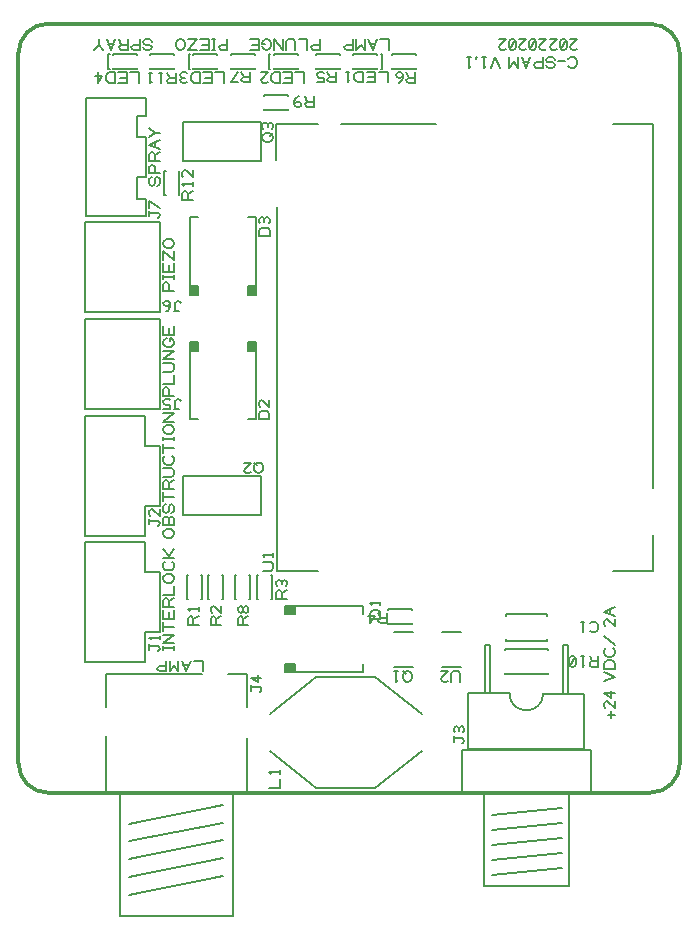
<source format=gbr>
G04 GENERATED BY PULSONIX 11.0 GERBER.DLL 8468*
G04 #@! TF.GenerationSoftware,Pulsonix,Pulsonix,11.0.8468*
G04 #@! TF.CreationDate,2022-02-02T18:24:52+05:00*
G04 #@! TF.Part,Single*
%INCSPAM*%
%LNSILKSCREEN TOP*%
%FSLAX35Y35*%
%LPD*%
%MOIN*%
G04 #@! TF.FileFunction,Legend,Top*
G04 #@! TF.FilePolarity,Positive*
G04 #@! TA.AperFunction,Profile*
%ADD77C,0.01200*%
G04 #@! TA.AperFunction,Material*
%ADD78C,0.00500*%
G04 #@! TD.AperFunction*
%ADD79C,0.00500*%
%ADD170C,0.00833*%
G04 #@! TD.AperFunction*
X0Y0D02*
D02*
D77*
X239724Y41313D02*
X440512D01*
G75*
G03*
X450354Y51156I0J9843D01*
G01*
Y287770D01*
G75*
G03*
X440512Y297613I-9842J0D01*
G01*
X239724D01*
G75*
G03*
X229882Y287770I0J-9843D01*
G01*
Y51156D01*
G75*
G03*
X239724Y41313I9842J0D01*
G01*
D02*
D78*
X297914Y13636D02*
X266811Y7337D01*
X387595Y13984D02*
X411125Y16374D01*
X387595Y18984D02*
X411125Y21374D01*
X297914Y19541D02*
X266811Y13242D01*
X387595Y23984D02*
X411125Y26374D01*
X297914Y25447D02*
X266811Y19148D01*
X387595Y28984D02*
X411125Y31374D01*
X297914Y31352D02*
X266811Y25053D01*
X387595Y33984D02*
X411125Y36374D01*
X297914Y37258D02*
X266811Y30959D01*
X413503Y41314D02*
X384933D01*
Y10264D01*
X413503D01*
Y41314D01*
X420703Y41344D02*
X377773D01*
Y55684D01*
X420703D01*
Y41344D01*
X263662Y41589D02*
X301457D01*
Y250D01*
X263662D01*
Y41589D01*
X364528Y55093D02*
X348780Y42888D01*
X329094D01*
X313740Y55093D01*
X418273Y55714D02*
Y74374D01*
X404773D01*
G75*
G02*
X393573I-5600J0D01*
G01*
Y74544D01*
X379663Y74534D01*
Y55714D01*
X418273D01*
X306181Y59699D02*
Y41589D01*
X258937D01*
Y60093D01*
X313740Y67691D02*
X329094Y79896D01*
X348780D01*
X364528Y67691D01*
X306181Y69935D02*
Y80959D01*
X299882D01*
X258937Y69935D02*
Y80959D01*
X291221D01*
X412953Y74374D02*
X411453D01*
Y90414D01*
X412953D01*
Y74374D01*
X386973Y74544D02*
X385473D01*
Y90584D01*
X386973D01*
Y74544D01*
X392086Y81274D02*
Y80880D01*
X406260D01*
Y81274D01*
X371220Y83057D02*
X377520D01*
X355079D02*
X361378D01*
X318858Y83833D02*
Y81471D01*
X344843D01*
Y84227D01*
X322008D02*
X318884D01*
Y81471D01*
X322008D01*
Y84227D01*
G36*
X322008Y84227D02*
X318884D01*
Y81471D01*
X322008D01*
Y84227D01*
G37*
X272165Y84857D02*
Y94857D01*
X277165D01*
Y114857D01*
X272165D01*
Y124857D01*
X252165D01*
Y84857D01*
X272165D01*
X406260Y88754D02*
Y89148D01*
X392086D01*
Y88754D01*
X392283Y92495D02*
Y92003D01*
X406063D01*
Y92495D01*
X371220Y94857D02*
X377520D01*
X355079D02*
X361378D01*
X353035Y97786D02*
Y97475D01*
X361035D01*
Y97786D01*
X406063Y100369D02*
Y100861D01*
X392283D01*
Y100369D01*
X318858Y100762D02*
Y103518D01*
X344843D01*
Y100762D01*
X361035Y102116D02*
Y102475D01*
X353035D01*
Y102116D01*
X322008Y103518D02*
X318884D01*
Y100762D01*
X322008D01*
Y103518D01*
G36*
X322008Y103518D02*
X318884D01*
Y100762D01*
X322008D01*
Y103518D01*
G37*
X306874Y105805D02*
X307185D01*
Y113805D01*
X306874D01*
X297819Y105805D02*
X298130D01*
Y113805D01*
X297819D01*
X313913Y105829D02*
X314272D01*
Y113829D01*
X313913D01*
X290684Y105829D02*
X291043D01*
Y113829D01*
X290684D01*
X302544Y113805D02*
X302185D01*
Y105805D01*
X302544D01*
X293489Y113805D02*
X293130D01*
Y105805D01*
X293489D01*
X309583Y113829D02*
X309272D01*
Y105829D01*
X309583D01*
X286354Y113829D02*
X286043D01*
Y105829D01*
X286354D01*
X272165Y126983D02*
Y136983D01*
X277165D01*
Y156983D01*
X272165D01*
Y166983D01*
X252165D01*
Y126983D01*
X272165D01*
X441299Y127140D02*
Y115329D01*
X428071D01*
X284606Y146825D02*
Y133833D01*
X310591D01*
Y146825D01*
X284606D01*
X252165Y169109D02*
X277165D01*
Y199109D01*
X252165D01*
Y169109D01*
X309016Y188558D02*
Y191682D01*
X306260D01*
Y188558D01*
X309016D01*
G36*
X309016Y188558D02*
Y191682D01*
X306260D01*
Y188558D01*
X309016D01*
G37*
X289724D02*
Y191682D01*
X286969D01*
Y188558D01*
X289724D01*
G36*
X289724Y188558D02*
Y191682D01*
X286969D01*
Y188558D01*
X289724D01*
G37*
X306260Y191707D02*
X309016D01*
Y165723D01*
X306260D01*
X289331Y191707D02*
X286969D01*
Y165723D01*
X289724D01*
X252165Y201392D02*
X277165D01*
Y231392D01*
X252165D01*
Y201392D01*
X306654Y207061D02*
X309016D01*
Y233046D01*
X306260D01*
X289724Y207061D02*
X286969D01*
Y233046D01*
X289724D01*
X306260Y210211D02*
Y207087D01*
X309016D01*
Y210211D01*
X306260D01*
G36*
X306260Y210211D02*
Y207087D01*
X309016D01*
Y210211D01*
X306260D01*
G37*
X286969D02*
Y207087D01*
X289724D01*
Y210211D01*
X286969D01*
G36*
X286969Y210211D02*
Y207087D01*
X289724D01*
Y210211D01*
X286969D01*
G37*
X272402Y233439D02*
Y239345D01*
X269252D01*
Y246432D01*
X272402D01*
Y259817D01*
X269252D01*
Y266904D01*
X272402D01*
Y272810D01*
X252323D01*
Y233439D01*
X272402D01*
X316024Y236589D02*
Y115329D01*
X329646D01*
X283252Y240451D02*
X283563D01*
Y248451D01*
X283252D01*
X278922D02*
X278563D01*
Y240451D01*
X278922D01*
X310591Y251943D02*
Y264936D01*
X284606D01*
Y251943D01*
X310591D01*
X315866Y252337D02*
Y264148D01*
X329646D01*
X428229D02*
X441299D01*
Y142888D01*
X369173Y264148D02*
X337520D01*
X311697Y269046D02*
Y268735D01*
X319697D01*
Y269046D01*
Y273376D02*
Y273735D01*
X311697D01*
Y273376D01*
X313858Y282514D02*
X313358D01*
Y287514D01*
X313858D01*
X287087Y282514D02*
X286587D01*
Y287514D01*
X287087D01*
X260315Y282514D02*
X259815D01*
Y287514D01*
X260315D01*
X329019Y282825D02*
Y282514D01*
X337019D01*
Y282825D01*
X300673D02*
Y282514D01*
X308673D01*
Y282825D01*
X273901D02*
Y282514D01*
X281901D01*
Y282825D01*
X341496Y282849D02*
Y282455D01*
X349567D01*
Y282849D01*
X314921D02*
Y282455D01*
X322992D01*
Y282849D01*
X288150D02*
Y282455D01*
X296221D01*
Y282849D01*
X261378D02*
Y282455D01*
X269449D01*
Y282849D01*
X354240Y282873D02*
Y282514D01*
X362240D01*
Y282873D01*
X337019Y287155D02*
Y287514D01*
X329019D01*
Y287155D01*
X308673D02*
Y287514D01*
X300673D01*
Y287155D01*
X281901D02*
Y287514D01*
X273901D01*
Y287155D01*
X349567Y287179D02*
Y287573D01*
X341496D01*
Y287179D01*
X322992D02*
Y287573D01*
X314921D01*
Y287179D01*
X296221D02*
Y287573D01*
X288150D01*
Y287179D01*
X269449D02*
Y287573D01*
X261378D01*
Y287179D01*
X362240Y287203D02*
Y287514D01*
X354240D01*
Y287203D01*
X350630Y287514D02*
X351130D01*
Y282514D01*
X350630D01*
D02*
D79*
X313541Y42919D02*
X317070Y42919D01*
Y45860D01*
Y47557D02*
X317070Y48733D01*
Y48145D02*
X313541Y48145D01*
X314129Y47557D01*
X377899Y57742D02*
X378194Y58036D01*
X378488Y58624D01*
X378194Y59212D01*
X377899Y59507D01*
X374958D01*
Y60095D01*
Y59507D02*
X374958Y58330D01*
X378194Y61436D02*
X378488Y62024D01*
Y62612D01*
X378194Y63201D01*
X377605Y63495D01*
X377017Y63201D01*
X376723Y62612D01*
Y62024D01*
Y62612D02*
X376429Y63201D01*
X375841Y63495D01*
X375252Y63201D01*
X374958Y62612D01*
Y62024D01*
X375252Y61436D01*
X310301Y74778D02*
X310595Y75072D01*
X310889Y75660D01*
X310595Y76249D01*
X310301Y76543D01*
X307360D01*
Y77131D01*
Y76543D02*
X307360Y75366D01*
X310889Y79649D02*
X307360Y79649D01*
X309713Y78178D01*
Y80531D01*
X377126Y78240D02*
X377126Y80887D01*
X376832Y81476D01*
X376244Y81770D01*
X375067D01*
X374479Y81476D01*
X374185Y80887D01*
Y78240D01*
X370723Y81770D02*
X373076Y81770D01*
X371017Y79711D01*
X370723Y79123D01*
X371017Y78534D01*
X371605Y78240D01*
X372488D01*
X373076Y78534D01*
X360984Y80593D02*
X360984Y79417D01*
X360690Y78829D01*
X360396Y78534D01*
X359808Y78240D01*
X359220D01*
X358631Y78534D01*
X358337Y78829D01*
X358043Y79417D01*
Y80593D01*
X358337Y81181D01*
X358631Y81476D01*
X359220Y81770D01*
X359808D01*
X360396Y81476D01*
X360690Y81181D01*
X360984Y80593D01*
X358925Y80887D02*
X358043Y81770D01*
X356346D02*
X355170Y81770D01*
X355758D02*
X355758Y78240D01*
X356346Y78829D01*
X423189Y86888D02*
X423189Y83358D01*
X421130D01*
X420542Y83653D01*
X420248Y84241D01*
X420542Y84829D01*
X421130Y85123D01*
X423189D01*
X421130D02*
X420248Y86888D01*
X418551D02*
X417374Y86888D01*
X417963D02*
X417963Y83358D01*
X418551Y83947D01*
X415445Y86594D02*
X414857Y86888D01*
X414268D01*
X413680Y86594D01*
X413386Y86005D01*
Y84241D01*
X413680Y83653D01*
X414268Y83358D01*
X414857D01*
X415445Y83653D01*
X415739Y84241D01*
Y86005D01*
X415445Y86594D01*
X413680Y83653D01*
X276325Y88450D02*
X276619Y88745D01*
X276913Y89333D01*
X276619Y89921D01*
X276325Y90215D01*
X273384D01*
Y90803D01*
Y90215D02*
X273384Y89039D01*
X276913Y92439D02*
X276913Y93615D01*
Y93027D02*
X273384Y93027D01*
X273972Y92439D01*
X352686Y101337D02*
X352686Y97807D01*
X350627D01*
X350039Y98101D01*
X349745Y98690D01*
X350039Y99278D01*
X350627Y99572D01*
X352686D01*
X350627D02*
X349745Y101337D01*
X347166D02*
X347166Y97807D01*
X348636Y100160D01*
X346283D01*
X306559Y97219D02*
X303029Y97219D01*
Y99278D01*
X303323Y99866D01*
X303912Y100160D01*
X304500Y99866D01*
X304794Y99278D01*
Y97219D01*
Y99278D02*
X306559Y100160D01*
X304794Y102151D02*
X304794Y102740D01*
X304500Y103328D01*
X303912Y103622D01*
X303323Y103328D01*
X303029Y102740D01*
Y102151D01*
X303323Y101563D01*
X303912Y101269D01*
X304500Y101563D01*
X304794Y102151D01*
X305088Y101563D01*
X305676Y101269D01*
X306264Y101563D01*
X306559Y102151D01*
Y102740D01*
X306264Y103328D01*
X305676Y103622D01*
X305088Y103328D01*
X304794Y102740D01*
X297503Y97219D02*
X293974Y97219D01*
Y99278D01*
X294268Y99866D01*
X294856Y100160D01*
X295445Y99866D01*
X295739Y99278D01*
Y97219D01*
Y99278D02*
X297503Y100160D01*
Y103622D02*
X297503Y101269D01*
X295445Y103328D01*
X294856Y103622D01*
X294268Y103328D01*
X293974Y102740D01*
Y101857D01*
X294268Y101269D01*
X420248Y97717D02*
X420542Y98011D01*
X421130Y98305D01*
X422013D01*
X422601Y98011D01*
X422895Y97717D01*
X423189Y97129D01*
Y95952D01*
X422895Y95364D01*
X422601Y95070D01*
X422013Y94776D01*
X421130D01*
X420542Y95070D01*
X420248Y95364D01*
X418551Y98305D02*
X417374Y98305D01*
X417963D02*
X417963Y94776D01*
X418551Y95364D01*
X289905Y97249D02*
X286376Y97249D01*
Y99308D01*
X286670Y99896D01*
X287258Y100190D01*
X287846Y99896D01*
X288140Y99308D01*
Y97249D01*
Y99308D02*
X289905Y100190D01*
Y101888D02*
X289905Y103064D01*
Y102476D02*
X286376Y102476D01*
X286964Y101888D01*
X350535Y99218D02*
X347006Y99218D01*
Y100983D01*
X347300Y101571D01*
X347594Y101865D01*
X348182Y102159D01*
X349359D01*
X349947Y101865D01*
X350241Y101571D01*
X350535Y100983D01*
Y99218D01*
Y103856D02*
X350535Y105033D01*
Y104444D02*
X347006Y104444D01*
X347594Y103856D01*
X319433Y105911D02*
X315903Y105911D01*
Y107970D01*
X316197Y108558D01*
X316786Y108852D01*
X317374Y108558D01*
X317668Y107970D01*
Y105911D01*
Y107970D02*
X319433Y108852D01*
X319139Y110255D02*
X319433Y110843D01*
Y111431D01*
X319139Y112020D01*
X318550Y112314D01*
X317962Y112020D01*
X317668Y111431D01*
Y110843D01*
Y111431D02*
X317374Y112020D01*
X316786Y112314D01*
X316197Y112020D01*
X315903Y111431D01*
Y110843D01*
X316197Y110255D01*
X311297Y115329D02*
X313944Y115329D01*
X314532Y115623D01*
X314826Y116212D01*
Y117388D01*
X314532Y117976D01*
X313944Y118270D01*
X311297D01*
X314826Y119967D02*
X314826Y121144D01*
Y120556D02*
X311297Y120556D01*
X311885Y119967D01*
X276325Y130183D02*
X276619Y130477D01*
X276913Y131065D01*
X276619Y131653D01*
X276325Y131947D01*
X273384D01*
Y132536D01*
Y131947D02*
X273384Y130771D01*
X276913Y135936D02*
X276913Y133583D01*
X274854Y135642D01*
X274266Y135936D01*
X273678Y135642D01*
X273384Y135053D01*
Y134171D01*
X273678Y133583D01*
X311348Y150160D02*
X311348Y148984D01*
X311054Y148395D01*
X310759Y148101D01*
X310171Y147807D01*
X309583D01*
X308995Y148101D01*
X308701Y148395D01*
X308406Y148984D01*
Y150160D01*
X308701Y150748D01*
X308995Y151043D01*
X309583Y151337D01*
X310171D01*
X310759Y151043D01*
X311054Y150748D01*
X311348Y150160D01*
X309289Y150454D02*
X308406Y151337D01*
X304945D02*
X307298Y151337D01*
X305239Y149278D01*
X304945Y148690D01*
X305239Y148101D01*
X305827Y147807D01*
X306709D01*
X307298Y148101D01*
X283926Y172008D02*
X283632Y172302D01*
X283044Y172596D01*
X282455Y172302D01*
X282161Y172008D01*
Y169067D01*
X281573D01*
X282161D02*
X283338Y169067D01*
X280526Y172302D02*
X279938Y172596D01*
X279055D01*
X278467Y172302D01*
X278173Y171714D01*
Y171420D01*
X278467Y170832D01*
X279055Y170538D01*
X280526D01*
Y169067D01*
X278173D01*
X313527Y165753D02*
X309998Y165753D01*
Y167518D01*
X310292Y168106D01*
X310586Y168400D01*
X311174Y168694D01*
X312351D01*
X312939Y168400D01*
X313233Y168106D01*
X313527Y167518D01*
Y165753D01*
Y172156D02*
X313527Y169803D01*
X311468Y171862D01*
X310880Y172156D01*
X310292Y171862D01*
X309998Y171274D01*
Y170391D01*
X310292Y169803D01*
X283926Y204685D02*
X283632Y204980D01*
X283044Y205274D01*
X282455Y204980D01*
X282161Y204685D01*
Y201744D01*
X281573D01*
X282161D02*
X283338Y201744D01*
X280526Y204391D02*
X280232Y203803D01*
X279644Y203509D01*
X279055D01*
X278467Y203803D01*
X278173Y204391D01*
X278467Y204980D01*
X279055Y205274D01*
X279644D01*
X280232Y204980D01*
X280526Y204391D01*
Y203509D01*
X280232Y202627D01*
X279644Y202038D01*
X279055Y201744D01*
X313645Y226747D02*
X310116Y226747D01*
Y228511D01*
X310410Y229099D01*
X310704Y229394D01*
X311292Y229688D01*
X312469D01*
X313057Y229394D01*
X313351Y229099D01*
X313645Y228511D01*
Y226747D01*
X313351Y231091D02*
X313645Y231679D01*
Y232267D01*
X313351Y232855D01*
X312763Y233149D01*
X312175Y232855D01*
X311881Y232267D01*
Y231679D01*
Y232267D02*
X311586Y232855D01*
X310998Y233149D01*
X310410Y232855D01*
X310116Y232267D01*
Y231679D01*
X310410Y231091D01*
X288055Y238951D02*
X284525Y238951D01*
Y241010D01*
X284819Y241598D01*
X285408Y241892D01*
X285996Y241598D01*
X286290Y241010D01*
Y238951D01*
Y241010D02*
X288055Y241892D01*
Y243589D02*
X288055Y244766D01*
Y244178D02*
X284525Y244178D01*
X285113Y243589D01*
X288055Y248754D02*
X288055Y246401D01*
X285996Y248460D01*
X285408Y248754D01*
X284819Y248460D01*
X284525Y247872D01*
Y246989D01*
X284819Y246401D01*
X276325Y232939D02*
X276619Y233233D01*
X276913Y233821D01*
X276619Y234409D01*
X276325Y234703D01*
X273384D01*
Y235292D01*
Y234703D02*
X273384Y233527D01*
X276913Y236339D02*
X273384Y238692D01*
Y236339D01*
X313532Y258273D02*
X312355Y258273D01*
X311767Y258567D01*
X311473Y258861D01*
X311179Y259449D01*
Y260038D01*
X311473Y260626D01*
X311767Y260920D01*
X312355Y261214D01*
X313532D01*
X314120Y260920D01*
X314414Y260626D01*
X314708Y260038D01*
Y259449D01*
X314414Y258861D01*
X314120Y258567D01*
X313532Y258273D01*
X313826Y260332D02*
X314708Y261214D01*
X314414Y262617D02*
X314708Y263205D01*
Y263794D01*
X314414Y264382D01*
X313826Y264676D01*
X313238Y264382D01*
X312944Y263794D01*
Y263205D01*
Y263794D02*
X312649Y264382D01*
X312061Y264676D01*
X311473Y264382D01*
X311179Y263794D01*
Y263205D01*
X311473Y262617D01*
X328277Y273384D02*
X328277Y269854D01*
X326218D01*
X325630Y270149D01*
X325336Y270737D01*
X325630Y271325D01*
X326218Y271619D01*
X328277D01*
X326218D02*
X325336Y273384D01*
X323344D02*
X322756Y273090D01*
X322168Y272501D01*
X321874Y271619D01*
Y270737D01*
X322168Y270149D01*
X322756Y269854D01*
X323344D01*
X323933Y270149D01*
X324227Y270737D01*
X323933Y271325D01*
X323344Y271619D01*
X322756D01*
X322168Y271325D01*
X321874Y270737D01*
X282464Y281258D02*
X282464Y277728D01*
X280405D01*
X279817Y278023D01*
X279523Y278611D01*
X279817Y279199D01*
X280405Y279493D01*
X282464D01*
X280405D02*
X279523Y281258D01*
X277826D02*
X276649Y281258D01*
X277238D02*
X277238Y277728D01*
X277826Y278317D01*
X274426Y281258D02*
X273249Y281258D01*
X273838D02*
X273838Y277728D01*
X274426Y278317D01*
X352912Y278122D02*
X352912Y281652D01*
X349971D01*
X348862D02*
X348862Y278122D01*
X345921D01*
X346509Y279887D02*
X348862Y279887D01*
Y281652D02*
X345921Y281652D01*
X344812D02*
X344812Y278122D01*
X343047D01*
X342459Y278416D01*
X342165Y278710D01*
X341871Y279299D01*
Y280475D01*
X342165Y281063D01*
X342459Y281357D01*
X343047Y281652D01*
X344812D01*
X340174D02*
X338997Y281652D01*
X339586D02*
X339586Y278122D01*
X340174Y278710D01*
X335757Y281652D02*
X335757Y278122D01*
X333698D01*
X333110Y278416D01*
X332816Y279005D01*
X333110Y279593D01*
X333698Y279887D01*
X335757D01*
X333698D02*
X332816Y281652D01*
X331707Y281357D02*
X331119Y281652D01*
X330236D01*
X329648Y281357D01*
X329354Y280769D01*
Y280475D01*
X329648Y279887D01*
X330236Y279593D01*
X331707D01*
Y278122D01*
X329354D01*
X307017Y281652D02*
X307017Y278122D01*
X304958D01*
X304370Y278416D01*
X304076Y279005D01*
X304370Y279593D01*
X304958Y279887D01*
X307017D01*
X304958D02*
X304076Y281652D01*
X302967D02*
X300614Y278122D01*
X302967D01*
X362165Y281376D02*
X362165Y277847D01*
X360107D01*
X359518Y278141D01*
X359224Y278729D01*
X359518Y279317D01*
X360107Y279611D01*
X362165D01*
X360107D02*
X359224Y281376D01*
X358115Y280494D02*
X357821Y279905D01*
X357233Y279611D01*
X356645D01*
X356057Y279905D01*
X355762Y280494D01*
X356057Y281082D01*
X356645Y281376D01*
X357233D01*
X357821Y281082D01*
X358115Y280494D01*
Y279611D01*
X357821Y278729D01*
X357233Y278141D01*
X356645Y277847D01*
X325157D02*
X325157Y281376D01*
X322216D01*
X321107D02*
X321107Y277847D01*
X318166D01*
X318755Y279611D02*
X321107Y279611D01*
Y281376D02*
X318166Y281376D01*
X317057D02*
X317057Y277847D01*
X315293D01*
X314705Y278141D01*
X314410Y278435D01*
X314116Y279023D01*
Y280200D01*
X314410Y280788D01*
X314705Y281082D01*
X315293Y281376D01*
X317057D01*
X310655D02*
X313007Y281376D01*
X310949Y279317D01*
X310655Y278729D01*
X310949Y278141D01*
X311537Y277847D01*
X312419D01*
X313007Y278141D01*
X298386Y277847D02*
X298386Y281376D01*
X295445D01*
X294336D02*
X294336Y277847D01*
X291395D01*
X291983Y279611D02*
X294336Y279611D01*
Y281376D02*
X291395Y281376D01*
X290286D02*
X290286Y277847D01*
X288521D01*
X287933Y278141D01*
X287639Y278435D01*
X287345Y279023D01*
Y280200D01*
X287639Y280788D01*
X287933Y281082D01*
X288521Y281376D01*
X290286D01*
X285942Y281082D02*
X285353Y281376D01*
X284765D01*
X284177Y281082D01*
X283883Y280494D01*
X284177Y279905D01*
X284765Y279611D01*
X285353D01*
X284765D02*
X284177Y279317D01*
X283883Y278729D01*
X284177Y278141D01*
X284765Y277847D01*
X285353D01*
X285942Y278141D01*
X270039Y277847D02*
X270039Y281376D01*
X267098D01*
X265989D02*
X265989Y277847D01*
X263048D01*
X263636Y279611D02*
X265989Y279611D01*
Y281376D02*
X263048Y281376D01*
X261939D02*
X261939Y277847D01*
X260175D01*
X259586Y278141D01*
X259292Y278435D01*
X258998Y279023D01*
Y280200D01*
X259292Y280788D01*
X259586Y281082D01*
X260175Y281376D01*
X261939D01*
X256419D02*
X256419Y277847D01*
X257889Y280200D01*
X255536D01*
D02*
D170*
X427429Y66117D02*
X427429Y68470D01*
X428606Y67293D02*
X426253Y67293D01*
X428606Y71870D02*
X428606Y69517D01*
X426547Y71575D01*
X425959Y71870D01*
X425371Y71575D01*
X425076Y70987D01*
Y70105D01*
X425371Y69517D01*
X428606Y74387D02*
X425076Y74387D01*
X427429Y72917D01*
Y75270D01*
X425076Y78467D02*
X428606Y79937D01*
X425076Y81408D01*
X428606Y82517D02*
X425076Y82517D01*
Y84281D01*
X425371Y84870D01*
X425665Y85164D01*
X426253Y85458D01*
X427429D01*
X428018Y85164D01*
X428312Y84870D01*
X428606Y84281D01*
Y82517D01*
X428018Y89508D02*
X428312Y89214D01*
X428606Y88625D01*
Y87743D01*
X428312Y87155D01*
X428018Y86861D01*
X427429Y86567D01*
X426253D01*
X425665Y86861D01*
X425371Y87155D01*
X425076Y87743D01*
Y88625D01*
X425371Y89214D01*
X425665Y89508D01*
X428606Y90617D02*
X425076Y93558D01*
X428606Y99170D02*
X428606Y96817D01*
X426547Y98875D01*
X425959Y99170D01*
X425371Y98875D01*
X425076Y98287D01*
Y97405D01*
X425371Y96817D01*
X428606Y100217D02*
X425076Y101687D01*
X428606Y103158D01*
X427135Y100805D02*
X427135Y102570D01*
X291299Y81784D02*
X291299Y85313D01*
X288358D01*
X287249D02*
X285779Y81784D01*
X284308Y85313D01*
X286661Y83842D02*
X284896Y83842D01*
X283199Y85313D02*
X283199Y81784D01*
X281729Y83548D01*
X280258Y81784D01*
Y85313D01*
X279149D02*
X279149Y81784D01*
X277090D01*
X276502Y82078D01*
X276208Y82666D01*
X276502Y83254D01*
X277090Y83548D01*
X279149D01*
X281755Y88951D02*
X281755Y90128D01*
Y89539D02*
X278226Y89539D01*
Y88951D02*
X278226Y90128D01*
X281755Y91101D02*
X278226Y91101D01*
X281755Y94042D01*
X278226D01*
X281755Y96622D02*
X278226Y96622D01*
Y95151D02*
X278226Y98092D01*
X281755Y99201D02*
X278226Y99201D01*
Y102142D01*
X279991Y101554D02*
X279991Y99201D01*
X281755D02*
X281755Y102142D01*
Y103251D02*
X278226Y103251D01*
Y105310D01*
X278520Y105898D01*
X279108Y106192D01*
X279697Y105898D01*
X279991Y105310D01*
Y103251D01*
Y105310D02*
X281755Y106192D01*
X278226Y107301D02*
X281755Y107301D01*
Y110242D01*
X280579Y111351D02*
X279403Y111351D01*
X278814Y111645D01*
X278520Y111939D01*
X278226Y112528D01*
Y113116D01*
X278520Y113704D01*
X278814Y113998D01*
X279403Y114292D01*
X280579D01*
X281167Y113998D01*
X281461Y113704D01*
X281755Y113116D01*
Y112528D01*
X281461Y111939D01*
X281167Y111645D01*
X280579Y111351D01*
X281167Y118342D02*
X281461Y118048D01*
X281755Y117460D01*
Y116578D01*
X281461Y115989D01*
X281167Y115695D01*
X280579Y115401D01*
X279403D01*
X278814Y115695D01*
X278520Y115989D01*
X278226Y116578D01*
Y117460D01*
X278520Y118048D01*
X278814Y118342D01*
X281755Y119451D02*
X278226Y119451D01*
X279991D02*
X279991Y120334D01*
X278226Y122392D01*
X279991Y120334D02*
X281755Y122392D01*
X280579Y126353D02*
X279403Y126353D01*
X278814Y126647D01*
X278520Y126941D01*
X278226Y127529D01*
Y128118D01*
X278520Y128706D01*
X278814Y129000D01*
X279403Y129294D01*
X280579D01*
X281167Y129000D01*
X281461Y128706D01*
X281755Y128118D01*
Y127529D01*
X281461Y126941D01*
X281167Y126647D01*
X280579Y126353D01*
X279991Y132462D02*
X280285Y133050D01*
X280873Y133344D01*
X281461Y133050D01*
X281755Y132462D01*
Y130403D01*
X278226D01*
Y132462D01*
X278520Y133050D01*
X279108Y133344D01*
X279697Y133050D01*
X279991Y132462D01*
Y130403D01*
X280873Y134453D02*
X281461Y134747D01*
X281755Y135335D01*
Y136512D01*
X281461Y137100D01*
X280873Y137394D01*
X280285Y137100D01*
X279991Y136512D01*
Y135335D01*
X279697Y134747D01*
X279108Y134453D01*
X278520Y134747D01*
X278226Y135335D01*
Y136512D01*
X278520Y137100D01*
X279108Y137394D01*
X281755Y139973D02*
X278226Y139973D01*
Y138503D02*
X278226Y141444D01*
X281755Y142553D02*
X278226Y142553D01*
Y144612D01*
X278520Y145200D01*
X279108Y145494D01*
X279697Y145200D01*
X279991Y144612D01*
Y142553D01*
Y144612D02*
X281755Y145494D01*
X278226Y146603D02*
X280873Y146603D01*
X281461Y146897D01*
X281755Y147485D01*
Y148662D01*
X281461Y149250D01*
X280873Y149544D01*
X278226D01*
X281167Y153594D02*
X281461Y153300D01*
X281755Y152712D01*
Y151829D01*
X281461Y151241D01*
X281167Y150947D01*
X280579Y150653D01*
X279403D01*
X278814Y150947D01*
X278520Y151241D01*
X278226Y151829D01*
Y152712D01*
X278520Y153300D01*
X278814Y153594D01*
X281755Y156173D02*
X278226Y156173D01*
Y154703D02*
X278226Y157644D01*
X281755Y158753D02*
X281755Y159929D01*
Y159341D02*
X278226Y159341D01*
Y158753D02*
X278226Y159929D01*
X280579Y160903D02*
X279403Y160903D01*
X278814Y161197D01*
X278520Y161491D01*
X278226Y162079D01*
Y162668D01*
X278520Y163256D01*
X278814Y163550D01*
X279403Y163844D01*
X280579D01*
X281167Y163550D01*
X281461Y163256D01*
X281755Y162668D01*
Y162079D01*
X281461Y161491D01*
X281167Y161197D01*
X280579Y160903D01*
X281755Y164953D02*
X278226Y164953D01*
X281755Y167894D01*
X278226D01*
X281755Y173597D02*
X278226Y173597D01*
Y175656D01*
X278520Y176244D01*
X279108Y176538D01*
X279697Y176244D01*
X279991Y175656D01*
Y173597D01*
X278226Y177647D02*
X281755Y177647D01*
Y180588D01*
X278226Y181697D02*
X280873Y181697D01*
X281461Y181991D01*
X281755Y182579D01*
Y183756D01*
X281461Y184344D01*
X280873Y184638D01*
X278226D01*
X281755Y185747D02*
X278226Y185747D01*
X281755Y188688D01*
X278226D01*
X280285Y191856D02*
X280285Y192738D01*
X280579D01*
X281167Y192444D01*
X281461Y192150D01*
X281755Y191562D01*
Y190973D01*
X281461Y190385D01*
X281167Y190091D01*
X280579Y189797D01*
X279403D01*
X278814Y190091D01*
X278520Y190385D01*
X278226Y190973D01*
Y191562D01*
X278520Y192150D01*
X278814Y192444D01*
X279403Y192738D01*
X281755Y193847D02*
X278226Y193847D01*
Y196788D01*
X279991Y196200D02*
X279991Y193847D01*
X281755D02*
X281755Y196788D01*
Y208636D02*
X278226Y208636D01*
Y210695D01*
X278520Y211283D01*
X279108Y211577D01*
X279697Y211283D01*
X279991Y210695D01*
Y208636D01*
X281755Y212686D02*
X281755Y213863D01*
Y213275D02*
X278226Y213275D01*
Y212686D02*
X278226Y213863D01*
X281755Y214836D02*
X278226Y214836D01*
Y217777D01*
X279991Y217189D02*
X279991Y214836D01*
X281755D02*
X281755Y217777D01*
X278226Y218886D02*
X278226Y221827D01*
X281755Y218886D01*
Y221827D01*
X280579Y222936D02*
X279403Y222936D01*
X278814Y223230D01*
X278520Y223525D01*
X278226Y224113D01*
Y224701D01*
X278520Y225289D01*
X278814Y225583D01*
X279403Y225877D01*
X280579D01*
X281167Y225583D01*
X281461Y225289D01*
X281755Y224701D01*
Y224113D01*
X281461Y223525D01*
X281167Y223230D01*
X280579Y222936D01*
X276149Y243676D02*
X276737Y243970D01*
X277031Y244558D01*
Y245734D01*
X276737Y246323D01*
X276149Y246617D01*
X275560Y246323D01*
X275266Y245734D01*
Y244558D01*
X274972Y243970D01*
X274384Y243676D01*
X273796Y243970D01*
X273502Y244558D01*
Y245734D01*
X273796Y246323D01*
X274384Y246617D01*
X277031Y247726D02*
X273502Y247726D01*
Y249784D01*
X273796Y250373D01*
X274384Y250667D01*
X274972Y250373D01*
X275266Y249784D01*
Y247726D01*
X277031Y251776D02*
X273502Y251776D01*
Y253834D01*
X273796Y254423D01*
X274384Y254717D01*
X274972Y254423D01*
X275266Y253834D01*
Y251776D01*
Y253834D02*
X277031Y254717D01*
Y255826D02*
X273502Y257296D01*
X277031Y258767D01*
X275560Y256414D02*
X275560Y258179D01*
X277031Y261346D02*
X275266Y261346D01*
X273502Y259876D01*
X275266Y261346D02*
X273502Y262817D01*
X413161Y285906D02*
X413455Y286200D01*
X414044Y286494D01*
X414926D01*
X415514Y286200D01*
X415808Y285906D01*
X416102Y285318D01*
Y284141D01*
X415808Y283553D01*
X415514Y283259D01*
X414926Y282965D01*
X414044D01*
X413455Y283259D01*
X413161Y283553D01*
X412052Y285318D02*
X409699Y285318D01*
X408652Y285612D02*
X408358Y286200D01*
X407770Y286494D01*
X406594D01*
X406005Y286200D01*
X405711Y285612D01*
X406005Y285024D01*
X406594Y284729D01*
X407770D01*
X408358Y284435D01*
X408652Y283847D01*
X408358Y283259D01*
X407770Y282965D01*
X406594D01*
X406005Y283259D01*
X405711Y283847D01*
X404602Y286494D02*
X404602Y282965D01*
X402544D01*
X401955Y283259D01*
X401661Y283847D01*
X401955Y284435D01*
X402544Y284729D01*
X404602D01*
X400552Y286494D02*
X399082Y282965D01*
X397611Y286494D01*
X399964Y285024D02*
X398199Y285024D01*
X396502Y286494D02*
X396502Y282965D01*
X395032Y284729D01*
X393561Y282965D01*
Y286494D01*
X390302Y282965D02*
X388832Y286494D01*
X387361Y282965D01*
X385664Y286494D02*
X384488Y286494D01*
X385076D02*
X385076Y282965D01*
X385664Y283553D01*
X382558Y286494D02*
X382264Y286200D01*
X382558Y285906D01*
X382852Y286200D01*
X382558Y286494D01*
X380714D02*
X379538Y286494D01*
X380126D02*
X380126Y282965D01*
X380714Y283553D01*
X413749Y292494D02*
X416102Y292494D01*
X414044Y290435D01*
X413749Y289847D01*
X414044Y289259D01*
X414632Y288965D01*
X415514D01*
X416102Y289259D01*
X412408Y292200D02*
X411820Y292494D01*
X411232D01*
X410644Y292200D01*
X410349Y291612D01*
Y289847D01*
X410644Y289259D01*
X411232Y288965D01*
X411820D01*
X412408Y289259D01*
X412702Y289847D01*
Y291612D01*
X412408Y292200D01*
X410644Y289259D01*
X406949Y292494D02*
X409302Y292494D01*
X407244Y290435D01*
X406949Y289847D01*
X407244Y289259D01*
X407832Y288965D01*
X408714D01*
X409302Y289259D01*
X403549Y292494D02*
X405902Y292494D01*
X403844Y290435D01*
X403549Y289847D01*
X403844Y289259D01*
X404432Y288965D01*
X405314D01*
X405902Y289259D01*
X402208Y292200D02*
X401620Y292494D01*
X401032D01*
X400444Y292200D01*
X400149Y291612D01*
Y289847D01*
X400444Y289259D01*
X401032Y288965D01*
X401620D01*
X402208Y289259D01*
X402502Y289847D01*
Y291612D01*
X402208Y292200D01*
X400444Y289259D01*
X396749Y292494D02*
X399102Y292494D01*
X397044Y290435D01*
X396749Y289847D01*
X397044Y289259D01*
X397632Y288965D01*
X398514D01*
X399102Y289259D01*
X395408Y292200D02*
X394820Y292494D01*
X394232D01*
X393644Y292200D01*
X393349Y291612D01*
Y289847D01*
X393644Y289259D01*
X394232Y288965D01*
X394820D01*
X395408Y289259D01*
X395702Y289847D01*
Y291612D01*
X395408Y292200D01*
X393644Y289259D01*
X389949Y292494D02*
X392302Y292494D01*
X390244Y290435D01*
X389949Y289847D01*
X390244Y289259D01*
X390832Y288965D01*
X391714D01*
X392302Y289259D01*
X353504Y288870D02*
X353504Y292400D01*
X350563D01*
X349454D02*
X347983Y288870D01*
X346513Y292400D01*
X348866Y290929D02*
X347101Y290929D01*
X345404Y292400D02*
X345404Y288870D01*
X343933Y290635D01*
X342463Y288870D01*
Y292400D01*
X341354D02*
X341354Y288870D01*
X339295D01*
X338707Y289164D01*
X338413Y289753D01*
X338707Y290341D01*
X339295Y290635D01*
X341354D01*
X330276Y292400D02*
X330276Y288870D01*
X328217D01*
X327629Y289164D01*
X327334Y289753D01*
X327629Y290341D01*
X328217Y290635D01*
X330276D01*
X326226Y288870D02*
X326226Y292400D01*
X323284D01*
X322176Y288870D02*
X322176Y291517D01*
X321881Y292106D01*
X321293Y292400D01*
X320117D01*
X319529Y292106D01*
X319234Y291517D01*
Y288870D01*
X318126Y292400D02*
X318126Y288870D01*
X315184Y292400D01*
Y288870D01*
X312017Y290929D02*
X311134Y290929D01*
Y291223D01*
X311429Y291811D01*
X311723Y292106D01*
X312311Y292400D01*
X312899D01*
X313487Y292106D01*
X313781Y291811D01*
X314076Y291223D01*
Y290047D01*
X313781Y289458D01*
X313487Y289164D01*
X312899Y288870D01*
X312311D01*
X311723Y289164D01*
X311429Y289458D01*
X311134Y290047D01*
X310026Y292400D02*
X310026Y288870D01*
X307084D01*
X307673Y290635D02*
X310026Y290635D01*
Y292400D02*
X307084Y292400D01*
X299567D02*
X299567Y288870D01*
X297508D01*
X296920Y289164D01*
X296626Y289753D01*
X296920Y290341D01*
X297508Y290635D01*
X299567D01*
X295517Y292400D02*
X294340Y292400D01*
X294929D02*
X294929Y288870D01*
X295517D02*
X294340Y288870D01*
X293367Y292400D02*
X293367Y288870D01*
X290426D01*
X291014Y290635D02*
X293367Y290635D01*
Y292400D02*
X290426Y292400D01*
X289317Y288870D02*
X286376Y288870D01*
X289317Y292400D01*
X286376D01*
X285267Y291223D02*
X285267Y290047D01*
X284973Y289458D01*
X284679Y289164D01*
X284090Y288870D01*
X283502D01*
X282914Y289164D01*
X282620Y289458D01*
X282326Y290047D01*
Y291223D01*
X282620Y291811D01*
X282914Y292106D01*
X283502Y292400D01*
X284090D01*
X284679Y292106D01*
X284973Y291811D01*
X285267Y291223D01*
X274370Y291517D02*
X274076Y292106D01*
X273488Y292400D01*
X272311D01*
X271723Y292106D01*
X271429Y291517D01*
X271723Y290929D01*
X272311Y290635D01*
X273488D01*
X274076Y290341D01*
X274370Y289753D01*
X274076Y289164D01*
X273488Y288870D01*
X272311D01*
X271723Y289164D01*
X271429Y289753D01*
X270320Y292400D02*
X270320Y288870D01*
X268261D01*
X267673Y289164D01*
X267379Y289753D01*
X267673Y290341D01*
X268261Y290635D01*
X270320D01*
X266270Y292400D02*
X266270Y288870D01*
X264211D01*
X263623Y289164D01*
X263329Y289753D01*
X263623Y290341D01*
X264211Y290635D01*
X266270D01*
X264211D02*
X263329Y292400D01*
X262220D02*
X260749Y288870D01*
X259279Y292400D01*
X261632Y290929D02*
X259867Y290929D01*
X256699Y292400D02*
X256699Y290635D01*
X258170Y288870D01*
X256699Y290635D02*
X255229Y288870D01*
X0Y0D02*
M02*

</source>
